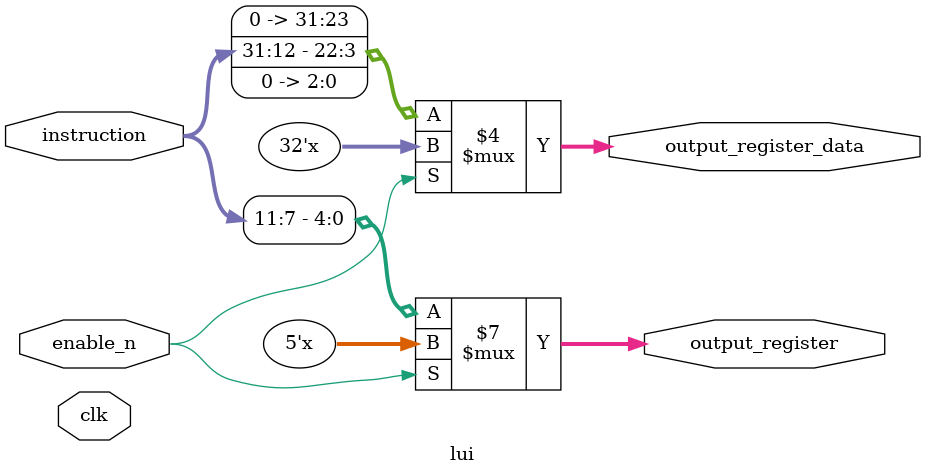
<source format=sv>
`define XLEN 32
`define REG_SELECT_LEN 5
`define BUS_HI_Z `XLEN'hzzzzzzzz
`define SELECT_HI_Z `REG_SELECT_LEN'bzzzzz

module lui (
    input  logic             clk,
    input  logic             enable_n,

    input  logic [`XLEN-1:0] instruction,

    output logic [`REG_SELECT_LEN-1:0] output_register,
    output logic [`XLEN-1:0] output_register_data
);

    always_comb begin
        if (!enable_n) begin

            output_register = instruction[11:7];
            output_register_data = {instruction[31:12], 3'h000};
        end else begin

            output_register = `SELECT_HI_Z;
            output_register_data = `BUS_HI_Z;
        end
    end

endmodule


</source>
